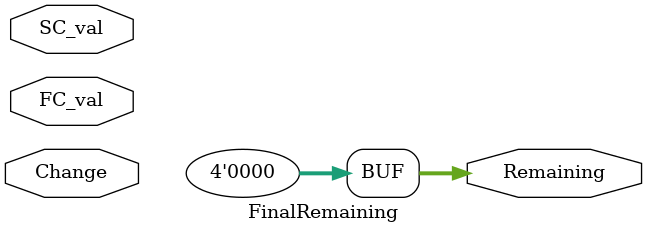
<source format=sv>
`default_nettype none

module ChangeMachine (
  input  logic [3:0] Cost,
  input  logic [3:0] Paid,
  input  logic [1:0] Pentagons,   // available count of 5
  input  logic [1:0] Triangles,   // available count of 3
  input  logic [1:0] Circles,     // available count of 1

  output logic [2:0] FirstCoin,
  output logic [2:0] SecondCoin,
  output logic [3:0] Remaining,

  output logic       ExactAmount,
  output logic       CoughUpMore,
  output logic       NotEnoughChange
);

  // Internal wires
  logic eq, lt, gt;              // compare flags
  logic ChangeNeeded;            // gt (Paid > Cost)
  logic [3:0] Change;            // Paid - Cost

  logic [2:0] first_coin, second_coin;
  logic [3:0] fc_val, sc_val;    // numeric value of chosen coin (0/1/3/5)

  logic [1:0] P1, T1, C1;        // availability AFTER first coin
  logic [3:0] Rem1;              // remaining after first coin (Change - fc_val)

  // Submodule instances
  CompareBlock u_cmp (
    .Cost(Cost),
    .Paid(Paid),
    .eq(eq),
    .lt(lt),
    .gt(gt)
  );

  // Compare-derived signals / LEDs
  assign ChangeNeeded = gt;
  assign CoughUpMore  = lt;

  // NOTE: If your lab defines ExactAmount differently, edit this line.
  assign ExactAmount  = eq && (Paid != 4'b0000) && (Cost != 4'b0000);

  ChangeSubtract u_sub (
    .Paid(Paid),
    .Cost(Cost),
    .Change(Change)
  );

  FirstCoinPick u_pick1 (
    .Change(Change),
    .ChangeNeeded(ChangeNeeded),
    .Pentagons(Pentagons),
    .Triangles(Triangles),
    .Circles(Circles),
    .FirstCoin(first_coin),
    .FC_val(fc_val),
    .After1_P(P1),
    .After1_T(T1),
    .After1_C(C1)
  );

  RemainingAfterFirst u_rem1 (
    .Change(Change),
    .FC_val(fc_val),
    .Rem1(Rem1)
  );

  SecondCoinPick u_pick2 (
    .Rem1(Rem1),
    .ChangeNeeded(ChangeNeeded),
    .Pentagons(P1),
    .Triangles(T1),
    .Circles(C1),
    .SecondCoin(second_coin),
    .SC_val(sc_val)
  );

  FinalRemaining u_rem_final (
    .Change(Change),
    .FC_val(fc_val),
    .SC_val(sc_val),
    .Remaining(Remaining)
  );

  assign NotEnoughChange = ChangeNeeded && (Remaining != 4'b0000);

  // Drive outputs (wire-through)
  assign FirstCoin  = first_coin;
  assign SecondCoin = second_coin;

endmodule : ChangeMachine


// Submodules

// CompareBlock: compute eq/lt/gt for Paid vs Cost
module CompareBlock (
  input  logic [3:0] Cost,
  input  logic [3:0] Paid,
  output logic       eq,
  output logic       lt,
  output logic       gt
);
  always_comb begin
    // PSEUDOCODE:
    // eq = (Paid == Cost)
    // lt = (Paid <  Cost)
    // gt = (Paid >  Cost)

    eq = 1'b0;
    lt = 1'b0;
    gt = 1'b0;
  end
endmodule : CompareBlock


// ChangeSubtract: Change = Paid - Cost (unsigned 4-bit)
module ChangeSubtract (
  input  logic [3:0] Paid,
  input  logic [3:0] Cost,
  output logic [3:0] Change
);
  always_comb begin
    // PSEUDOCODE:
    // Change = Paid - Cost
    Change = 4'b0000;
  end
endmodule : ChangeSubtract


// FirstCoinPick: choose FirstCoin using priority 5 then 3 then 1, respecting availability
module FirstCoinPick (
  input  logic [3:0] Change,
  input  logic       ChangeNeeded,
  input  logic [1:0] Pentagons,
  input  logic [1:0] Triangles,
  input  logic [1:0] Circles,

  output logic [2:0] FirstCoin,
  output logic [3:0] FC_val,

  output logic [1:0] After1_P,
  output logic [1:0] After1_T,
  output logic [1:0] After1_C
);

  always_comb begin
    // PSEUDOCODE:
    // can5 = ChangeNeeded && (Change >= 5) && (Pentagons > 0)
    // can3 = ChangeNeeded && (Change >= 3) && (Triangles > 0)
    // can1 = ChangeNeeded && (Change >= 1) && (Circles   > 0)
    //
    // if can5: FirstCoin=3'b101, FC_val=5
    // else if can3: FirstCoin=3'b011, FC_val=3
    // else if can1: FirstCoin=3'b001, FC_val=1
    // else: FirstCoin=3'b000, FC_val=0
    //
    // After1_P = Pentagons - (FirstCoin==3'b101 ? 1 : 0)
    // After1_T = Triangles - (FirstCoin==3'b011 ? 1 : 0)
    // After1_C = Circles   - (FirstCoin==3'b001 ? 1 : 0)

    FirstCoin = 3'b000;
    FC_val    = 4'b0000;

    After1_P  = Pentagons;
    After1_T  = Triangles;
    After1_C  = Circles;
  end

endmodule : FirstCoinPick


// RemainingAfterFirst: Rem1 = Change - FC_val
module RemainingAfterFirst (
  input  logic [3:0] Change,
  input  logic [3:0] FC_val,
  output logic [3:0] Rem1
);
  always_comb begin
    // PSEUDOCODE:
    // Rem1 = Change - FC_val
    Rem1 = 4'b0000;
  end
endmodule : RemainingAfterFirst


// SecondCoinPick: choose SecondCoin with same priority using Rem1 and updated availability
module SecondCoinPick (
  input  logic [3:0] Rem1,
  input  logic       ChangeNeeded,
  input  logic [1:0] Pentagons,
  input  logic [1:0] Triangles,
  input  logic [1:0] Circles,

  output logic [2:0] SecondCoin,
  output logic [3:0] SC_val
);

  always_comb begin
    // PSEUDOCODE:
    // can5 = ChangeNeeded && (Rem1 >= 5) && (Pentagons > 0)
    // can3 = ChangeNeeded && (Rem1 >= 3) && (Triangles > 0)
    // can1 = ChangeNeeded && (Rem1 >= 1) && (Circles   > 0)
    //
    // if can5: SecondCoin=3'b101, SC_val=5
    // else if can3: SecondCoin=3'b011, SC_val=3
    // else if can1: SecondCoin=3'b001, SC_val=1
    // else: SecondCoin=3'b000, SC_val=0

    SecondCoin = 3'b000;
    SC_val     = 4'b0000;
  end

endmodule : SecondCoinPick


// FinalRemaining: Remaining = Change - FC_val - SC_val
module FinalRemaining (
  input  logic [3:0] Change,
  input  logic [3:0] FC_val,
  input  logic [3:0] SC_val,
  output logic [3:0] Remaining
);
  always_comb begin
    // PSEUDOCODE:
    // Remaining = Change - FC_val - SC_val
    Remaining = 4'b0000;
  end
endmodule : FinalRemaining

</source>
